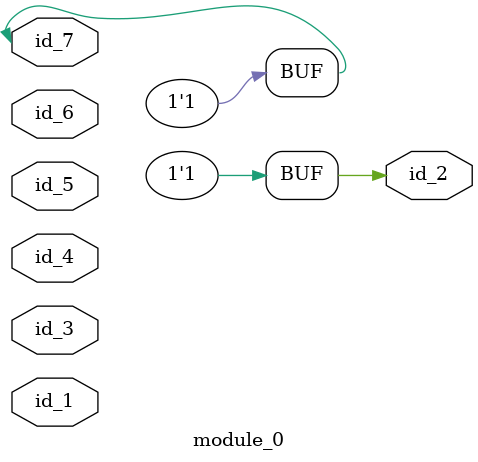
<source format=v>
module module_0 (
    id_1,
    id_2,
    id_3,
    id_4,
    id_5,
    id_6,
    id_7
);
  inout id_7;
  input id_6;
  inout id_5;
  input id_4;
  input id_3;
  output id_2;
  input id_1;
  always @(*) begin
    id_2 = 1;
  end
  assign id_2 = id_7;
endmodule

</source>
